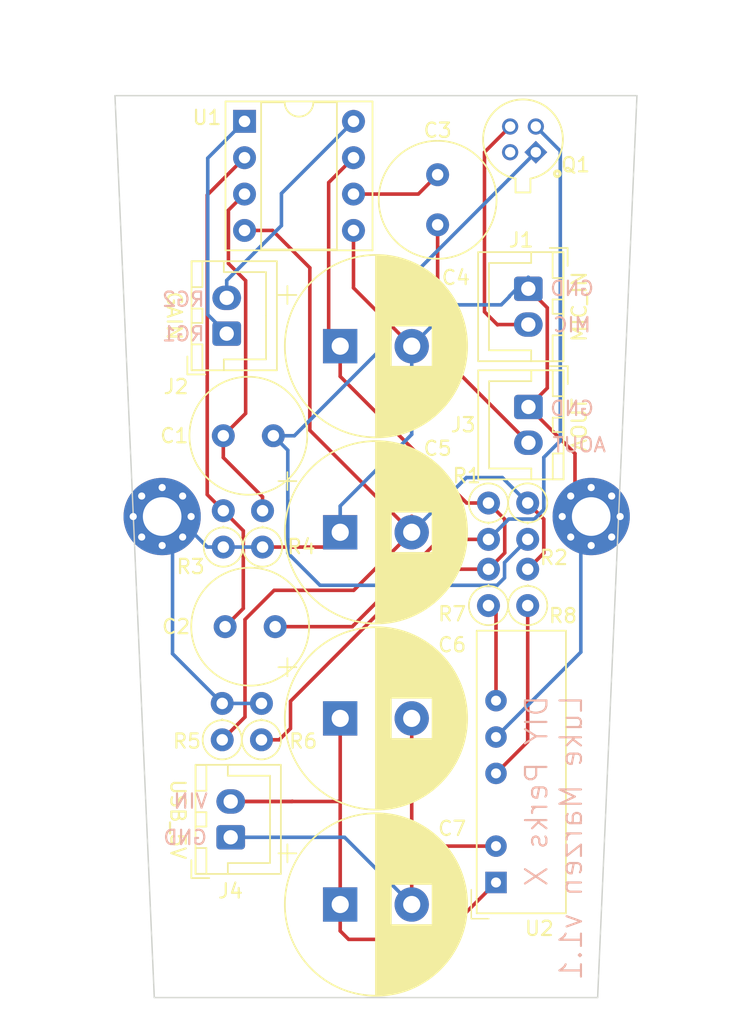
<source format=kicad_pcb>
(kicad_pcb (version 20221018) (generator pcbnew)
  (layers (0 "F.Cu" signal) (31 "B.Cu" signal) (34 "B.Paste" user) (35 "F.Paste" user) (36 "B.SilkS" user "B.Silkscreen") (37 "F.SilkS" user "F.Silkscreen") (38 "B.Mask" user) (39 "F.Mask" user) (44 "Edge.Cuts" user))
  (net 0 "")
  (net 1 "Net-(C1-Pad2)")
  (net 2 "Net-(C2-Pad2)")
  (net 3 "Net-(J1-Pad2)")
  (net 5 "Net-(R8-Pad1)")
  (net 6 "Net-(C5-Pad2)")
  (net 7 "Net-(R7-Pad1)")
  (net 8 "Net-(C4-Pad1)")
  (net 9 "GNDREF")
  (net 10 "Net-(C1-Pad1)")
  (net 11 "Net-(C2-Pad1)")
  (net 12 "Net-(J2-Pad1)")
  (net 13 "Net-(C3-Pad2)")
  (net 14 "Net-(J2-Pad2)")
  (net 15 "Net-(C6-Pad1)")
  (net 16 "Net-(C6-Pad2)")
  (net 17 "Net-(C3-Pad1)")
  (footprint "MountingHole:MountingHole_2.7mm_Pad_Via" (layer "F.Cu") (at 123.26 110.49)
    (fp_text reference "REF**" hide)
    (fp_text value "MountingHole_2.7mm_Pad_Via")
    (pad "1" thru_hole circle locked (at -2.025 0) (size 0.8 0.8) (drill 0.5) (layers "*.Cu" "*.Mask"))
    (pad "1" thru_hole circle locked (at -1.431891 -1.431891) (size 0.8 0.8) (drill 0.5) (layers "*.Cu" "*.Mask"))
    (pad "1" thru_hole circle locked (at -1.431891 1.431891) (size 0.8 0.8) (drill 0.5) (layers "*.Cu" "*.Mask"))
    (pad "1" thru_hole circle locked (at 0 -2.025) (size 0.8 0.8) (drill 0.5) (layers "*.Cu" "*.Mask"))
    (pad "1" thru_hole circle locked (at 0 0) (size 5.4 5.4) (drill 2.7) (layers "*.Cu" "*.Mask") (net 9 "GNDREF"))
    (pad "1" thru_hole circle locked (at 0 2.025) (size 0.8 0.8) (drill 0.5) (layers "*.Cu" "*.Mask"))
    (pad "1" thru_hole circle locked (at 1.431891 -1.431891) (size 0.8 0.8) (drill 0.5) (layers "*.Cu" "*.Mask"))
    (pad "1" thru_hole circle locked (at 1.431891 1.431891) (size 0.8 0.8) (drill 0.5) (layers "*.Cu" "*.Mask"))
    (pad "1" thru_hole circle locked (at 2.025 0) (size 0.8 0.8) (drill 0.5) (layers "*.Cu" "*.Mask"))
  )
  (footprint "Package_DIP:DIP-8_W7.62mm_Socket" (layer "F.Cu") (at 99.0192 82.886)
    (fp_text reference "U1" (at -2.6262 -0.264) (layer "F.SilkS"))
    (fp_text value "THAT1512")
    (pad "1" thru_hole rect (at 0 0) (size 1.6 1.6) (drill 0.8) (layers "*.Cu" "*.Mask") (net 12 "Net-(J2-Pad1)"))
    (pad "2" thru_hole oval (at 0 2.54) (size 1.6 1.6) (drill 0.8) (layers "*.Cu" "*.Mask") (net 11 "Net-(C2-Pad1)"))
    (pad "3" thru_hole oval (at 0 5.08) (size 1.6 1.6) (drill 0.8) (layers "*.Cu" "*.Mask") (net 10 "Net-(C1-Pad1)"))
    (pad "4" thru_hole oval (at 0 7.62) (size 1.6 1.6) (drill 0.8) (layers "*.Cu" "*.Mask") (net 6 "Net-(C5-Pad2)"))
    (pad "5" thru_hole oval (at 7.62 7.62) (size 1.6 1.6) (drill 0.8) (layers "*.Cu" "*.Mask") (net 9 "GNDREF"))
    (pad "6" thru_hole oval (at 7.62 5.08) (size 1.6 1.6) (drill 0.8) (layers "*.Cu" "*.Mask") (net 13 "Net-(C3-Pad2)"))
    (pad "7" thru_hole oval (at 7.62 2.54) (size 1.6 1.6) (drill 0.8) (layers "*.Cu" "*.Mask") (net 8 "Net-(C4-Pad1)"))
    (pad "8" thru_hole oval (at 7.62 0) (size 1.6 1.6) (drill 0.8) (layers "*.Cu" "*.Mask") (net 14 "Net-(J2-Pad2)"))
  )
  (footprint "Resistor_THT:R_Axial_DIN0207_L6.3mm_D2.5mm_P2.54mm_Vertical" (layer "F.Cu") (at 116.0782 116.7088 90)
    (fp_text reference "R7" (at -0.5842 -2.5402) (layer "F.SilkS"))
    (fp_text value "100")
    (pad "1" thru_hole circle (at 0 0 90) (size 1.6 1.6) (drill 0.8) (layers "*.Cu" "*.Mask") (net 7 "Net-(R7-Pad1)"))
    (pad "2" thru_hole oval (at 2.54 0 90) (size 1.6 1.6) (drill 0.8) (layers "*.Cu" "*.Mask") (net 8 "Net-(C4-Pad1)"))
  )
  (footprint "Capacitor_THT:C_Radial_D8.0mm_H11.5mm_P3.50mm" (layer "F.Cu") (at 112.522 90.115 90)
    (fp_text reference "C3" (at 6.604 0) (layer "F.SilkS"))
    (fp_text value "22uf 35v")
    (pad "1" thru_hole circle (at 0 0 90) (size 1.6 1.6) (drill 0.8) (layers "*.Cu" "*.Mask") (net 17 "Net-(C3-Pad1)"))
    (pad "2" thru_hole circle (at 3.5 0 90) (size 1.6 1.6) (drill 0.8) (layers "*.Cu" "*.Mask") (net 13 "Net-(C3-Pad2)"))
  )
  (footprint "mic:TO127P584H533-4" (layer "F.Cu") (at 118.491 84.146 135)
    (fp_text reference "Q1" (at -3.86151 1.347038 180) (layer "F.SilkS"))
    (fp_text value "2N4416")
    (pad "1" thru_hole rect (at -1.27 0 135) (size 1.13 1.13) (drill 0.73) (layers "*.Cu" "*.Mask") (net 1 "Net-(C1-Pad2)"))
    (pad "2" thru_hole circle (at 0 1.27 135) (size 1.13 1.13) (drill 0.73) (layers "*.Cu" "*.Mask") (net 2 "Net-(C2-Pad2)"))
    (pad "3" thru_hole circle (at 1.27 0 135) (size 1.13 1.13) (drill 0.73) (layers "*.Cu" "*.Mask") (net 3 "Net-(J1-Pad2)"))
    (pad "4" thru_hole circle (at 0 -1.27 135) (size 1.13 1.13) (drill 0.73) (layers "*.Cu" "*.Mask"))
  )
  (footprint "Connector_JST:JST_XH_B2B-XH-A_1x02_P2.50mm_Vertical" (layer "F.Cu") (at 118.872 102.835 -90)
    (fp_text reference "J3" (at 1.25 4.5636) (layer "F.SilkS"))
    (fp_text value "AUDIO_OUT")
    (pad "1" thru_hole roundrect (at 0 0 270) (size 1.7 2) (drill 1) (layers "*.Cu" "*.Mask") (roundrect_rratio 0.1470588235) (net 9 "GNDREF"))
    (pad "2" thru_hole oval (at 2.5 0 270) (size 1.7 2) (drill 1) (layers "*.Cu" "*.Mask") (net 17 "Net-(C3-Pad1)"))
  )
  (footprint "Connector_JST:JST_XH_B2B-XH-A_1x02_P2.50mm_Vertical" (layer "F.Cu") (at 118.8636 94.58 -90)
    (fp_text reference "J1" (at -3.4036 0.4996) (layer "F.SilkS"))
    (fp_text value "MIC_IN")
    (pad "1" thru_hole roundrect (at 0 0 270) (size 1.7 2) (drill 1) (layers "*.Cu" "*.Mask") (roundrect_rratio 0.1470588235) (net 9 "GNDREF"))
    (pad "2" thru_hole oval (at 2.5 0 270) (size 1.7 2) (drill 1) (layers "*.Cu" "*.Mask") (net 3 "Net-(J1-Pad2)"))
  )
  (footprint "Resistor_THT:R_Axial_DIN0207_L6.3mm_D2.5mm_P2.54mm_Vertical" (layer "F.Cu") (at 116.078 109.546 -90)
    (fp_text reference "R1" (at -1.905 1.524) (layer "F.SilkS"))
    (fp_text value "2.2k")
    (pad "1" thru_hole circle (at 0 0 270) (size 1.6 1.6) (drill 0.8) (layers "*.Cu" "*.Mask") (net 8 "Net-(C4-Pad1)"))
    (pad "2" thru_hole oval (at 2.54 0 270) (size 1.6 1.6) (drill 0.8) (layers "*.Cu" "*.Mask") (net 2 "Net-(C2-Pad2)"))
  )
  (footprint "Capacitor_THT:C_Radial_D8.0mm_H11.5mm_P3.50mm" (layer "F.Cu") (at 97.536 104.847)
    (fp_text reference "C1" (at -3.429 0) (layer "F.SilkS"))
    (fp_text value "22uf 35v")
    (pad "1" thru_hole circle (at 0 0) (size 1.6 1.6) (drill 0.8) (layers "*.Cu" "*.Mask") (net 10 "Net-(C1-Pad1)"))
    (pad "2" thru_hole circle (at 3.5 0) (size 1.6 1.6) (drill 0.8) (layers "*.Cu" "*.Mask") (net 1 "Net-(C1-Pad2)"))
  )
  (footprint "MountingHole:MountingHole_2.7mm_Pad_Via" (layer "F.Cu") (at 93.26 110.49)
    (fp_text reference "REF**" hide)
    (fp_text value "MountingHole_2.7mm_Pad_Via")
    (pad "1" thru_hole circle locked (at -2.025 0) (size 0.8 0.8) (drill 0.5) (layers "*.Cu" "*.Mask"))
    (pad "1" thru_hole circle locked (at -1.431891 -1.431891) (size 0.8 0.8) (drill 0.5) (layers "*.Cu" "*.Mask"))
    (pad "1" thru_hole circle locked (at -1.431891 1.431891) (size 0.8 0.8) (drill 0.5) (layers "*.Cu" "*.Mask"))
    (pad "1" thru_hole circle locked (at 0 -2.025) (size 0.8 0.8) (drill 0.5) (layers "*.Cu" "*.Mask"))
    (pad "1" thru_hole circle locked (at 0 0) (size 5.4 5.4) (drill 2.7) (layers "*.Cu" "*.Mask") (net 9 "GNDREF"))
    (pad "1" thru_hole circle locked (at 0 2.025) (size 0.8 0.8) (drill 0.5) (layers "*.Cu" "*.Mask"))
    (pad "1" thru_hole circle locked (at 1.431891 -1.431891) (size 0.8 0.8) (drill 0.5) (layers "*.Cu" "*.Mask"))
    (pad "1" thru_hole circle locked (at 1.431891 1.431891) (size 0.8 0.8) (drill 0.5) (layers "*.Cu" "*.Mask"))
    (pad "1" thru_hole circle locked (at 2.025 0) (size 0.8 0.8) (drill 0.5) (layers "*.Cu" "*.Mask"))
  )
  (footprint "Connector_JST:JST_XH_B2B-XH-A_1x02_P2.50mm_Vertical" (layer "F.Cu") (at 98.0524 132.894 90)
    (fp_text reference "J4" (at -3.7538 -0.0084) (layer "F.SilkS"))
    (fp_text value "5v USB")
    (pad "1" thru_hole roundrect (at 0 0 90) (size 1.7 2) (drill 1) (layers "*.Cu" "*.Mask") (roundrect_rratio 0.1470588235) (net 16 "Net-(C6-Pad2)"))
    (pad "2" thru_hole oval (at 2.5 0 90) (size 1.7 2) (drill 1) (layers "*.Cu" "*.Mask") (net 15 "Net-(C6-Pad1)"))
  )
  (footprint "Capacitor_THT:CP_Radial_D12.5mm_P5.00mm" (layer "F.Cu") (at 105.71 98.59)
    (fp_text reference "C4" (at 8.082 -4.792) (layer "F.SilkS"))
    (fp_text value "2200uf 16v")
    (pad "1" thru_hole rect (at 0 0) (size 2.4 2.4) (drill 1.2) (layers "*.Cu" "*.Mask") (net 8 "Net-(C4-Pad1)"))
    (pad "2" thru_hole circle (at 5 0) (size 2.4 2.4) (drill 1.2) (layers "*.Cu" "*.Mask") (net 9 "GNDREF"))
  )
  (footprint "Capacitor_THT:C_Radial_D8.0mm_H11.5mm_P3.50mm" (layer "F.Cu") (at 97.663 118.182)
    (fp_text reference "C2" (at -3.429 0) (layer "F.SilkS"))
    (fp_text value "22uf 35v")
    (pad "1" thru_hole circle (at 0 0) (size 1.6 1.6) (drill 0.8) (layers "*.Cu" "*.Mask") (net 11 "Net-(C2-Pad1)"))
    (pad "2" thru_hole circle (at 3.5 0) (size 1.6 1.6) (drill 0.8) (layers "*.Cu" "*.Mask") (net 2 "Net-(C2-Pad2)"))
  )
  (footprint "Capacitor_THT:CP_Radial_D12.5mm_P5.00mm" (layer "F.Cu") (at 105.71 111.59)
    (fp_text reference "C5" (at 6.812 -5.854) (layer "F.SilkS"))
    (fp_text value "2200uf 16v")
    (pad "1" thru_hole rect (at 0 0) (size 2.4 2.4) (drill 1.2) (layers "*.Cu" "*.Mask") (net 9 "GNDREF"))
    (pad "2" thru_hole circle (at 5 0) (size 2.4 2.4) (drill 1.2) (layers "*.Cu" "*.Mask") (net 6 "Net-(C5-Pad2)"))
  )
  (footprint "Resistor_THT:R_Axial_DIN0207_L6.3mm_D2.5mm_P2.54mm_Vertical" (layer "F.Cu") (at 118.8212 116.7088 90)
    (fp_text reference "R8" (at -0.7112 2.4638) (layer "F.SilkS"))
    (fp_text value "100")
    (pad "1" thru_hole circle (at 0 0 90) (size 1.6 1.6) (drill 0.8) (layers "*.Cu" "*.Mask") (net 5 "Net-(R8-Pad1)"))
    (pad "2" thru_hole oval (at 2.54 0 90) (size 1.6 1.6) (drill 0.8) (layers "*.Cu" "*.Mask") (net 6 "Net-(C5-Pad2)"))
  )
  (footprint "Converter_DCDC:Converter_DCDC_Murata_NMAxxxxSC_THT" (layer "F.Cu") (at 116.6045 136.0515 180)
    (fp_text reference "U2" (at -3.0295 -3.2125) (layer "F.SilkS"))
    (fp_text value "NMA0515SC")
    (pad "1" thru_hole rect (at 0 0 180) (size 1.5 1.5) (drill 0.7) (layers "*.Cu" "*.Mask") (net 15 "Net-(C6-Pad1)"))
    (pad "2" thru_hole oval (at 0 2.54 180) (size 1.5 1.5) (drill 0.7) (layers "*.Cu" "*.Mask") (net 16 "Net-(C6-Pad2)"))
    (pad "4" thru_hole oval (at 0 7.62 180) (size 1.5 1.5) (drill 0.7) (layers "*.Cu" "*.Mask") (net 5 "Net-(R8-Pad1)"))
    (pad "5" thru_hole oval (at 0 10.16 180) (size 1.5 1.5) (drill 0.7) (layers "*.Cu" "*.Mask") (net 9 "GNDREF"))
    (pad "6" thru_hole oval (at 0 12.7 180) (size 1.5 1.5) (drill 0.7) (layers "*.Cu" "*.Mask") (net 7 "Net-(R7-Pad1)"))
  )
  (footprint "Capacitor_THT:CP_Radial_D12.5mm_P5.00mm" (layer "F.Cu") (at 105.71 137.59)
    (fp_text reference "C7" (at 7.828 -5.311) (layer "F.SilkS"))
    (fp_text value "2200uf 16v")
    (pad "1" thru_hole rect (at 0 0) (size 2.4 2.4) (drill 1.2) (layers "*.Cu" "*.Mask") (net 15 "Net-(C6-Pad1)"))
    (pad "2" thru_hole circle (at 5 0) (size 2.4 2.4) (drill 1.2) (layers "*.Cu" "*.Mask") (net 16 "Net-(C6-Pad2)"))
  )
  (footprint "Resistor_THT:R_Axial_DIN0207_L6.3mm_D2.5mm_P2.54mm_Vertical" (layer "F.Cu") (at 100.2792 112.623 90)
    (fp_text reference "R4" (at 0.029 2.7178) (layer "F.SilkS"))
    (fp_text value "3.9k")
    (pad "1" thru_hole circle (at 0 0 90) (size 1.6 1.6) (drill 0.8) (layers "*.Cu" "*.Mask") (net 9 "GNDREF"))
    (pad "2" thru_hole oval (at 2.54 0 90) (size 1.6 1.6) (drill 0.8) (layers "*.Cu" "*.Mask") (net 10 "Net-(C1-Pad1)"))
  )
  (footprint "Resistor_THT:R_Axial_DIN0207_L6.3mm_D2.5mm_P2.54mm_Vertical" (layer "F.Cu") (at 97.536 112.623 90)
    (fp_text reference "R3" (at -1.368 -2.286) (layer "F.SilkS"))
    (fp_text value "3.9k")
    (pad "1" thru_hole circle (at 0 0 90) (size 1.6 1.6) (drill 0.8) (layers "*.Cu" "*.Mask") (net 9 "GNDREF"))
    (pad "2" thru_hole oval (at 2.54 0 90) (size 1.6 1.6) (drill 0.8) (layers "*.Cu" "*.Mask") (net 11 "Net-(C2-Pad1)"))
  )
  (footprint "Resistor_THT:R_Axial_DIN0207_L6.3mm_D2.5mm_P2.54mm_Vertical" (layer "F.Cu") (at 100.203 126.085 90)
    (fp_text reference "R6" (at -0.098 2.921) (layer "F.SilkS"))
    (fp_text value "2.2k")
    (pad "1" thru_hole circle (at 0 0 90) (size 1.6 1.6) (drill 0.8) (layers "*.Cu" "*.Mask") (net 8 "Net-(C4-Pad1)"))
    (pad "2" thru_hole oval (at 2.54 0 90) (size 1.6 1.6) (drill 0.8) (layers "*.Cu" "*.Mask") (net 9 "GNDREF"))
  )
  (footprint "Resistor_THT:R_Axial_DIN0207_L6.3mm_D2.5mm_P2.54mm_Vertical" (layer "F.Cu") (at 118.8212 109.5424 -90)
    (fp_text reference "R2" (at 3.8136 -1.8288) (layer "F.SilkS"))
    (fp_text value "2.2k")
    (pad "1" thru_hole circle (at 0 0 270) (size 1.6 1.6) (drill 0.8) (layers "*.Cu" "*.Mask") (net 6 "Net-(C5-Pad2)"))
    (pad "2" thru_hole oval (at 2.54 0 270) (size 1.6 1.6) (drill 0.8) (layers "*.Cu" "*.Mask") (net 1 "Net-(C1-Pad2)"))
  )
  (footprint "Connector_JST:JST_XH_B2B-XH-A_1x02_P2.50mm_Vertical" (layer "F.Cu") (at 97.773 97.715 90)
    (fp_text reference "J2" (at -3.703 -3.539) (layer "F.SilkS"))
    (fp_text value "GAIN")
    (pad "1" thru_hole roundrect (at 0 0 90) (size 1.7 2) (drill 1) (layers "*.Cu" "*.Mask") (roundrect_rratio 0.1470588235) (net 12 "Net-(J2-Pad1)"))
    (pad "2" thru_hole oval (at 2.5 0 90) (size 1.7 2) (drill 1) (layers "*.Cu" "*.Mask") (net 14 "Net-(J2-Pad2)"))
  )
  (footprint "Capacitor_THT:CP_Radial_D12.5mm_P5.00mm" (layer "F.Cu") (at 105.71 124.59)
    (fp_text reference "C6" (at 7.828 -5.138) (layer "F.SilkS"))
    (fp_text value "2200uf 16v")
    (pad "1" thru_hole rect (at 0 0) (size 2.4 2.4) (drill 1.2) (layers "*.Cu" "*.Mask") (net 15 "Net-(C6-Pad1)"))
    (pad "2" thru_hole circle (at 5 0) (size 2.4 2.4) (drill 1.2) (layers "*.Cu" "*.Mask") (net 16 "Net-(C6-Pad2)"))
  )
  (footprint "Resistor_THT:R_Axial_DIN0207_L6.3mm_D2.5mm_P2.54mm_Vertical" (layer "F.Cu") (at 97.46 126.085 90)
    (fp_text reference "R5" (at -0.098 -2.464) (layer "F.SilkS"))
    (fp_text value "2.2k")
    (pad "1" thru_hole circle (at 0 0 90) (size 1.6 1.6) (drill 0.8) (layers "*.Cu" "*.Mask") (net 6 "Net-(C5-Pad2)"))
    (pad "2" thru_hole oval (at 2.54 0 90) (size 1.6 1.6) (drill 0.8) (layers "*.Cu" "*.Mask") (net 9 "GNDREF"))
  )
  (gr_line locked (start 89.96 81.09) (end 126.46 81.09) (stroke (width 0.1)) (layer "Edge.Cuts"))
  (gr_line locked (start 126.46 81.09) (end 123.71 144.09) (stroke (width 0.1)) (layer "Edge.Cuts"))
  (gr_line locked (start 123.71 144.09) (end 92.71 144.09) (stroke (width 0.1)) (layer "Edge.Cuts"))
  (gr_line locked (start 92.71 144.09) (end 89.96 81.09) (stroke (width 0.1)) (layer "Edge.Cuts"))
  (gr_text "GND" (at 121.92 102.942) (layer "B.SilkS") (effects (font (size 1 1)) (justify mirror)))
  (gr_text "RG2" (at 94.742 95.322) (layer "B.SilkS") (effects (font (size 1 1)) (justify mirror)))
  (gr_text "GND" (at 121.92 94.56) (layer "B.SilkS") (effects (font (size 1 1)) (justify mirror)))
  (gr_text "MIC" (at 121.92 97.1) (layer "B.SilkS") (effects (font (size 1 1)) (justify mirror)))
  (gr_text "DIY Perks X \nLuke Marzen v1.1" (at 120.65 122.881 90) (layer "B.SilkS") (effects (font (size 1.5 1.5)) (justify left mirror)))
  (gr_text "GND" (at 94.869 132.914) (layer "B.SilkS") (effects (font (size 1 1)) (justify mirror)))
  (gr_text "AOUT" (at 122.428 105.482) (layer "B.SilkS") (effects (font (size 1 1)) (justify mirror)))
  (gr_text "RG1" (at 94.742 97.735) (layer "B.SilkS") (effects (font (size 1 1)) (justify mirror)))
  (gr_text "VIN" (at 95.25 130.374) (layer "B.SilkS") (effects (font (size 1 1)) (justify mirror)))
  (gr_text "AOUT" (at 122.428 104.085 90) (layer "F.SilkS") (effects (font (size 1 1))))
  (gr_text "GAIN" (at 94.107 96.465 -90) (layer "F.SilkS") (effects (font (size 1 1))))
  (gr_text "USB_5V" (at 94.361 131.644 -90) (layer "F.SilkS") (effects (font (size 1 1))))
  (gr_text "MIC_IN" (at 122.428 95.83 90) (layer "F.SilkS") (effects (font (size 1 1))))
  (segment (start 102.503 104.847) (end 101.036 104.847) (width 0.25) (layer "B.Cu") (net 1))
  (segment (start 117.2032 113.7004) (end 117.2032 114.7708) (width 0.25) (layer "B.Cu") (net 1))
  (segment (start 104.2998 115.2938) (end 102.0445 113.0385) (width 0.25) (layer "B.Cu") (net 1))
  (segment (start 102.0445 105.8555) (end 101.036 104.847) (width 0.25) (layer "B.Cu") (net 1))
  (segment (start 117.2032 114.7708) (end 116.6802 115.2938) (width 0.25) (layer "B.Cu") (net 1))
  (segment (start 116.6802 115.2938) (end 104.2998 115.2938) (width 0.25) (layer "B.Cu") (net 1))
  (segment (start 109.185 95.248052) (end 109.185 98.165) (width 0.25) (layer "B.Cu") (net 1))
  (segment (start 118.8212 112.0824) (end 117.2032 113.7004) (width 0.25) (layer "B.Cu") (net 1))
  (segment (start 109.185 98.165) (end 102.503 104.847) (width 0.25) (layer "B.Cu") (net 1))
  (segment (start 119.389026 85.044026) (end 109.185 95.248052) (width 0.25) (layer "B.Cu") (net 1))
  (segment (start 102.0445 113.0385) (end 102.0445 105.8555) (width 0.25) (layer "B.Cu") (net 1))
  (segment (start 101.163 118.182) (end 106.553 118.182) (width 0.25) (layer "F.Cu") (net 2))
  (segment (start 106.68 118.055) (end 112.649 112.086) (width 0.25) (layer "F.Cu") (net 2))
  (segment (start 106.553 118.182) (end 106.68 118.055) (width 0.25) (layer "F.Cu") (net 2))
  (segment (start 116.078 112.086) (end 112.649 112.086) (width 0.25) (layer "F.Cu") (net 2))
  (segment (start 119.287191 110.6674) (end 117.4966 110.6674) (width 0.25) (layer "B.Cu") (net 2))
  (segment (start 117.4966 110.6674) (end 116.078 112.086) (width 0.25) (layer "B.Cu") (net 2))
  (segment (start 119.389026 83.247974) (end 121.1 84.958948) (width 0.25) (layer "B.Cu") (net 2))
  (segment (start 121.1 105.204804) (end 119.9462 106.358604) (width 0.25) (layer "B.Cu") (net 2))
  (segment (start 119.9462 110.008391) (end 119.287191 110.6674) (width 0.25) (layer "B.Cu") (net 2))
  (segment (start 121.1 84.958948) (end 121.1 105.204804) (width 0.25) (layer "B.Cu") (net 2))
  (segment (start 119.9462 106.358604) (end 119.9462 110.008391) (width 0.25) (layer "B.Cu") (net 2))
  (segment (start 115.7986 85.042348) (end 115.7986 96.1856) (width 0.25) (layer "F.Cu") (net 3))
  (segment (start 116.733 97.08) (end 118.8636 97.08) (width 0.25) (layer "F.Cu") (net 3))
  (segment (start 115.7986 96.1856) (end 116.713 97.1) (width 0.25) (layer "F.Cu") (net 3))
  (segment (start 117.592974 83.247974) (end 115.7986 85.042348) (width 0.25) (layer "F.Cu") (net 3))
  (segment (start 116.713 97.1) (end 116.733 97.08) (width 0.25) (layer "F.Cu") (net 3))
  (segment (start 118.8212 126.2148) (end 118.8212 116.7088) (width 0.25) (layer "F.Cu") (net 5))
  (segment (start 116.6045 128.4315) (end 118.8212 126.2148) (width 0.25) (layer "F.Cu") (net 5))
  (segment (start 119.9462 113.0438) (end 118.8212 114.1688) (width 0.25) (layer "F.Cu") (net 6))
  (segment (start 99.0192 90.506) (end 100.975 90.506) (width 0.25) (layer "F.Cu") (net 6))
  (segment (start 106.658 115.642) (end 110.71 111.59) (width 0.25) (layer "F.Cu") (net 6))
  (segment (start 103.585458 104.465458) (end 110.71 111.59) (width 0.25) (layer "F.Cu") (net 6))
  (segment (start 110.71 111.59) (end 110.71 110.469) (width 0.25) (layer "F.Cu") (net 6))
  (segment (start 97.46 126.085) (end 99.0526 124.4924) (width 0.25) (layer "F.Cu") (net 6))
  (segment (start 119.9462 110.6674) (end 119.9462 113.0438) (width 0.25) (layer "F.Cu") (net 6))
  (segment (start 99.0526 117.6814) (end 101.092 115.642) (width 0.25) (layer "F.Cu") (net 6))
  (segment (start 101.092 115.642) (end 106.658 115.642) (width 0.25) (layer "F.Cu") (net 6))
  (segment (start 99.0526 124.4924) (end 99.0526 117.6814) (width 0.25) (layer "F.Cu") (net 6))
  (segment (start 100.975 90.506) (end 103.585458 93.116458) (width 0.25) (layer "F.Cu") (net 6))
  (segment (start 103.585458 93.116458) (end 103.585458 104.465458) (width 0.25) (layer "F.Cu") (net 6))
  (segment (start 118.8212 109.5424) (end 119.9462 110.6674) (width 0.25) (layer "F.Cu") (net 6))
  (segment (start 114.532 107.768) (end 117.0468 107.768) (width 0.25) (layer "B.Cu") (net 6))
  (segment (start 110.71 111.59) (end 114.532 107.768) (width 0.25) (layer "B.Cu") (net 6))
  (segment (start 117.0468 107.768) (end 118.8212 109.5424) (width 0.25) (layer "B.Cu") (net 6))
  (segment (start 116.6045 117.2351) (end 116.0782 116.7088) (width 0.25) (layer "F.Cu") (net 7))
  (segment (start 116.6045 123.3515) (end 116.6045 117.2351) (width 0.25) (layer "F.Cu") (net 7))
  (segment (start 102.235 125.294) (end 101.444 126.085) (width 0.25) (layer "F.Cu") (net 8))
  (segment (start 114.554 109.546) (end 116.078 109.546) (width 0.25) (layer "F.Cu") (net 8))
  (segment (start 102.235 123.389) (end 102.235 125.294) (width 0.25) (layer "F.Cu") (net 8))
  (segment (start 111.4552 114.1688) (end 102.235 123.389) (width 0.25) (layer "F.Cu") (net 8))
  (segment (start 117.214802 113.032198) (end 116.0782 114.1688) (width 0.25) (layer "F.Cu") (net 8))
  (segment (start 106.6392 85.426) (end 104.902 87.1632) (width 0.25) (layer "F.Cu") (net 8))
  (segment (start 105.71 98.59) (end 105.71 100.702) (width 0.25) (layer "F.Cu") (net 8))
  (segment (start 116.078 109.546) (end 117.214802 110.682802) (width 0.25) (layer "F.Cu") (net 8))
  (segment (start 117.214802 110.682802) (end 117.214802 113.032198) (width 0.25) (layer "F.Cu") (net 8))
  (segment (start 104.902 97.782) (end 105.71 98.59) (width 0.25) (layer "F.Cu") (net 8))
  (segment (start 104.902 87.1632) (end 104.902 97.782) (width 0.25) (layer "F.Cu") (net 8))
  (segment (start 105.71 100.702) (end 114.554 109.546) (width 0.25) (layer "F.Cu") (net 8))
  (segment (start 111.4552 114.1688) (end 116.0782 114.1688) (width 0.25) (layer "F.Cu") (net 8))
  (segment (start 101.444 126.085) (end 100.203 126.085) (width 0.25) (layer "F.Cu") (net 8))
  (segment (start 120.1886 101.5184) (end 118.872 102.835) (width 0.25) (layer "F.Cu") (net 9))
  (segment (start 120.1886 95.905) (end 120.1886 101.5184) (width 0.25) (layer "F.Cu") (net 9))
  (segment (start 100.2792 112.623) (end 104.677 112.623) (width 0.25) (layer "F.Cu") (net 9))
  (segment (start 118.872 102.835) (end 122.128414 106.091414) (width 0.25) (layer "F.Cu") (net 9))
  (segment (start 122.128414 108.333109) (end 122.553109 108.757804) (width 0.25) (layer "F.Cu") (net 9))
  (segment (start 122.128414 106.091414) (end 122.128414 108.333109) (width 0.25) (layer "F.Cu") (net 9))
  (segment (start 118.8636 94.58) (end 120.1886 95.905) (width 0.25) (layer "F.Cu") (net 9))
  (segment (start 122.553109 109.783109) (end 123.26 110.49) (width 0.25) (layer "F.Cu") (net 9))
  (segment (start 104.677 112.623) (end 105.71 111.59) (width 0.25) (layer "F.Cu") (net 9))
  (segment (start 106.6392 94.5192) (end 110.71 98.59) (width 0.25) (layer "F.Cu") (net 9))
  (segment (start 122.553109 108.757804) (end 122.553109 109.783109) (width 0.25) (layer "F.Cu") (net 9))
  (segment (start 106.6392 90.506) (end 106.6392 94.5192) (width 0.25) (layer "F.Cu") (net 9))
  (segment (start 93.966891 111.196891) (end 94.992196 111.196891) (width 0.25) (layer "B.Cu") (net 9))
  (segment (start 105.71 109.754) (end 105.71 111.59) (width 0.25) (layer "B.Cu") (net 9))
  (segment (start 122.553109 109.783109) (end 123.26 110.49) (width 0.25) (layer "B.Cu") (net 9))
  (segment (start 122.535 112.214695) (end 122.535 119.961) (width 0.25) (layer "B.Cu") (net 9))
  (segment (start 97.46 123.545) (end 100.203 123.545) (width 0.25) (layer "B.Cu") (net 9))
  (segment (start 122.553109 108.757804) (end 122.553109 109.783109) (width 0.25) (layer "B.Cu") (net 9))
  (segment (start 110.71 104.754) (end 110.71 98.59) (width 0.25) (layer "B.Cu") (net 9))
  (segment (start 96.418305 112.623) (end 97.536 112.623) (width 0.25) (layer "B.Cu") (net 9))
  (segment (start 93.985 120.07) (end 97.46 123.545) (width 0.25) (layer "B.Cu") (net 9))
  (segment (start 109.474 105.99) (end 105.71 109.754) (width 0.25) (layer "B.Cu") (net 9))
  (segment (start 94.992196 111.196891) (end 96.418305 112.623) (width 0.25) (layer "B.Cu") (net 9))
  (segment (start 97.536 112.623) (end 100.2792 112.623) (width 0.25) (layer "B.Cu") (net 9))
  (segment (start 109.474 105.99) (end 110.71 104.754) (width 0.25) (layer "B.Cu") (net 9))
  (segment (start 93.26 110.49) (end 93.26 111.489695) (width 0.25) (layer "B.Cu") (net 9))
  (segment (start 117.5386 95.1314) (end 116.967 95.703) (width 0.25) (layer "B.Cu") (net 9))
  (segment (start 123.26 110.49) (end 123.26 111.489695) (width 0.25) (layer "B.Cu") (net 9))
  (segment (start 117.5386 95.0976) (end 117.5386 95.1314) (width 0.25) (layer "B.Cu") (net 9))
  (segment (start 118.8636 93.7726) (end 117.5386 95.0976) (width 0.25) (layer "B.Cu") (net 9))
  (segment (start 123.26 111.489695) (end 122.535 112.214695) (width 0.25) (layer "B.Cu") (net 9))
  (segment (start 93.985 112.214695) (end 93.985 120.07) (width 0.25) (layer "B.Cu") (net 9))
  (segment (start 122.128414 108.333109) (end 122.553109 108.757804) (width 0.25) (layer "B.Cu") (net 9))
  (segment (start 113.597 95.703) (end 110.71 98.59) (width 0.25) (layer "B.Cu") (net 9))
  (segment (start 122.535 119.961) (end 116.6045 125.8915) (width 0.25) (layer "B.Cu") (net 9))
  (segment (start 93.26 110.49) (end 93.966891 111.196891) (width 0.25) (layer "B.Cu") (net 9))
  (segment (start 116.967 95.703) (end 113.597 95.703) (width 0.25) (layer "B.Cu") (net 9))
  (segment (start 93.26 111.489695) (end 93.985 112.214695) (width 0.25) (layer "B.Cu") (net 9))
  (segment (start 99.098 94.018) (end 99.098 103.285) (width 0.25) (layer "F.Cu") (net 10))
  (segment (start 99.0192 87.966) (end 97.8942 89.091) (width 0.25) (layer "F.Cu") (net 10))
  (segment (start 97.536 106.371) (end 97.536 104.847) (width 0.25) (layer "F.Cu") (net 10))
  (segment (start 99.098 103.285) (end 97.536 104.847) (width 0.25) (layer "F.Cu") (net 10))
  (segment (start 97.8942 92.8142) (end 99.098 94.018) (width 0.25) (layer "F.Cu") (net 10))
  (segment (start 100.2792 109.1142) (end 97.536 106.371) (width 0.25) (layer "F.Cu") (net 10))
  (segment (start 100.2792 110.083) (end 100.2792 109.1142) (width 0.25) (layer "F.Cu") (net 10))
  (segment (start 97.8942 89.091) (end 97.8942 92.8142) (width 0.25) (layer "F.Cu") (net 10))
  (segment (start 97.663 118.182) (end 98.933 116.912) (width 0.25) (layer "F.Cu") (net 11))
  (segment (start 96.411 108.958) (end 97.536 110.083) (width 0.25) (layer "F.Cu") (net 11))
  (segment (start 96.411 88.0342) (end 96.411 108.958) (width 0.25) (layer "F.Cu") (net 11))
  (segment (start 98.933 116.912) (end 98.933 111.48) (width 0.25) (layer "F.Cu") (net 11))
  (segment (start 99.0192 85.426) (end 96.411 88.0342) (width 0.25) (layer "F.Cu") (net 11))
  (segment (start 98.933 111.48) (end 97.536 110.083) (width 0.25) (layer "F.Cu") (net 11))
  (segment (start 96.448 85.4572) (end 96.448 96.39) (width 0.25) (layer "B.Cu") (net 12))
  (segment (start 99.0192 82.886) (end 96.448 85.4572) (width 0.25) (layer "B.Cu") (net 12))
  (segment (start 96.448 96.39) (end 97.773 97.715) (width 0.25) (layer "B.Cu") (net 12))
  (segment (start 106.6392 87.966) (end 111.171 87.966) (width 0.25) (layer "F.Cu") (net 13))
  (segment (start 111.171 87.966) (end 112.522 86.615) (width 0.25) (layer "F.Cu") (net 13))
  (segment (start 101.6 90.17) (end 101.6 87.9252) (width 0.25) (layer "B.Cu") (net 14))
  (segment (start 97.773 93.997) (end 101.6 90.17) (width 0.25) (layer "B.Cu") (net 14))
  (segment (start 101.6 87.9252) (end 106.6392 82.886) (width 0.25) (layer "B.Cu") (net 14))
  (segment (start 97.773 95.215) (end 97.773 93.997) (width 0.25) (layer "B.Cu") (net 14))
  (segment (start 105.669976 130.394) (end 105.71 130.353976) (width 0.25) (layer "F.Cu") (net 15))
  (segment (start 98.0524 130.394) (end 102.342 130.394) (width 0.25) (layer "F.Cu") (net 15))
  (segment (start 105.71 137.59) (end 105.71 139.437) (width 0.25) (layer "F.Cu") (net 15))
  (segment (start 105.71 139.437) (end 106.299 140.026) (width 0.25) (layer "F.Cu") (net 15))
  (segment (start 98.0524 130.394) (end 105.669976 130.394) (width 0.25) (layer "F.Cu") (net 15))
  (segment (start 106.299 140.026) (end 112.63 140.026) (width 0.25) (layer "F.Cu") (net 15))
  (segment (start 105.71 130.353976) (end 105.71 124.59) (width 0.25) (layer "F.Cu") (net 15))
  (segment (start 105.71 137.59) (end 105.71 130.353976) (width 0.25) (layer "F.Cu") (net 15))
  (segment (start 102.342 130.394) (end 102.362 130.374) (width 0.25) (layer "F.Cu") (net 15))
  (segment (start 112.63 140.026) (end 116.6045 136.0515) (width 0.25) (layer "F.Cu") (net 15))
  (segment (start 116.6045 133.5115) (end 110.755618 133.5115) (width 0.25) (layer "F.Cu") (net 16))
  (segment (start 110.71 124.59) (end 110.71 137.59) (width 0.25) (layer "F.Cu") (net 16))
  (segment (start 110.755618 133.5115) (end 110.71 133.465882) (width 0.25) (layer "F.Cu") (net 16))
  (segment (start 98.0524 132.894) (end 106.014 132.894) (width 0.25) (layer "B.Cu") (net 16))
  (segment (start 106.014 132.894) (end 110.71 137.59) (width 0.25) (layer "B.Cu") (net 16))
  (segment (start 112.522 98.497) (end 112.4997 98.5193) (width 0.25) (layer "F.Cu") (net 17))
  (segment (start 112.4997 98.5193) (end 112.4997 98.9627) (width 0.25) (layer "F.Cu") (net 17))
  (segment (start 112.522 90.115) (end 112.522 98.497) (width 0.25) (layer "F.Cu") (net 17))
  (segment (start 112.4997 98.9627) (end 118.872 105.335) (width 0.25) (layer "F.Cu") (net 17))
)
</source>
